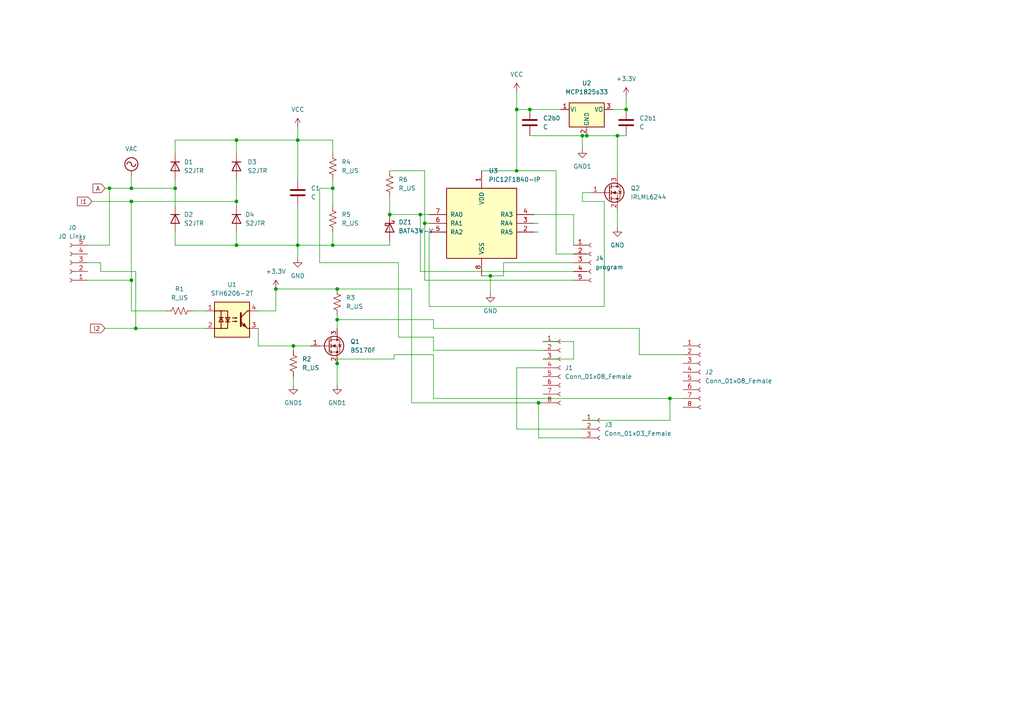
<source format=kicad_sch>
(kicad_sch (version 20211123) (generator eeschema)
  (paper "A4")
  (lib_symbols
    (symbol "Connector:Conn_01x03_Female" (pin_names (offset 1.016) hide)
      (property "Reference" "J" (at 0 5.08 0))
      (property "Value" "Conn_01x03_Female" (at 0 -5.08 0))
      (symbol "Conn_01x03_Female_1_1"
        (arc (start 0 -2.032) (mid -0.508 -2.54) (end 0 -3.048) (stroke (width 0.1524)))
        (polyline (pts (xy -1.27 -2.54) (xy -0.508 -2.54)) (stroke (width 0.1524)))
        (polyline (pts (xy -1.27 0) (xy -0.508 0)) (stroke (width 0.1524)))
        (polyline (pts (xy -1.27 2.54) (xy -0.508 2.54)) (stroke (width 0.1524)))
        (arc (start 0 0.508) (mid -0.508 0) (end 0 -0.508) (stroke (width 0.1524)))
        (arc (start 0 3.048) (mid -0.508 2.54) (end 0 2.032) (stroke (width 0.1524)))
        (pin passive line (at -5.08 2.54 0) (length 3.81) (name "Pin_1") (number "1"))
        (pin passive line (at -5.08 0 0) (length 3.81) (name "Pin_2") (number "2"))
        (pin passive line (at -5.08 -2.54 0) (length 3.81) (name "Pin_3") (number "3"))
      )
    )
    (symbol "Connector:Conn_01x05_Female" (pin_names (offset 1.016) hide)
      (property "Reference" "J" (at 0 7.62 0))
      (property "Value" "Conn_01x05_Female" (at 0 -7.62 0))
      (symbol "Conn_01x05_Female_1_1"
        (arc (start 0 -4.572) (mid -0.508 -5.08) (end 0 -5.588) (stroke (width 0.1524)))
        (arc (start 0 -2.032) (mid -0.508 -2.54) (end 0 -3.048) (stroke (width 0.1524)))
        (polyline (pts (xy -1.27 -5.08) (xy -0.508 -5.08)) (stroke (width 0.1524)))
        (polyline (pts (xy -1.27 -2.54) (xy -0.508 -2.54)) (stroke (width 0.1524)))
        (polyline (pts (xy -1.27 0) (xy -0.508 0)) (stroke (width 0.1524)))
        (polyline (pts (xy -1.27 2.54) (xy -0.508 2.54)) (stroke (width 0.1524)))
        (polyline (pts (xy -1.27 5.08) (xy -0.508 5.08)) (stroke (width 0.1524)))
        (arc (start 0 0.508) (mid -0.508 0) (end 0 -0.508) (stroke (width 0.1524)))
        (arc (start 0 3.048) (mid -0.508 2.54) (end 0 2.032) (stroke (width 0.1524)))
        (arc (start 0 5.588) (mid -0.508 5.08) (end 0 4.572) (stroke (width 0.1524)))
        (pin passive line (at -5.08 5.08 0) (length 3.81) (name "Pin_1") (number "1"))
        (pin passive line (at -5.08 2.54 0) (length 3.81) (name "Pin_2") (number "2"))
        (pin passive line (at -5.08 0 0) (length 3.81) (name "Pin_3") (number "3"))
        (pin passive line (at -5.08 -2.54 0) (length 3.81) (name "Pin_4") (number "4"))
        (pin passive line (at -5.08 -5.08 0) (length 3.81) (name "Pin_5") (number "5"))
      )
    )
    (symbol "Connector:Conn_01x08_Female" (pin_names (offset 1.016) hide)
      (property "Reference" "J" (at 0 10.16 0))
      (property "Value" "Conn_01x08_Female" (at 0 -12.7 0))
      (symbol "Conn_01x08_Female_1_1"
        (arc (start 0 -9.652) (mid -0.508 -10.16) (end 0 -10.668) (stroke (width 0.1524)))
        (arc (start 0 -7.112) (mid -0.508 -7.62) (end 0 -8.128) (stroke (width 0.1524)))
        (arc (start 0 -4.572) (mid -0.508 -5.08) (end 0 -5.588) (stroke (width 0.1524)))
        (arc (start 0 -2.032) (mid -0.508 -2.54) (end 0 -3.048) (stroke (width 0.1524)))
        (polyline (pts (xy -1.27 -10.16) (xy -0.508 -10.16)) (stroke (width 0.1524)))
        (polyline (pts (xy -1.27 -7.62) (xy -0.508 -7.62)) (stroke (width 0.1524)))
        (polyline (pts (xy -1.27 -5.08) (xy -0.508 -5.08)) (stroke (width 0.1524)))
        (polyline (pts (xy -1.27 -2.54) (xy -0.508 -2.54)) (stroke (width 0.1524)))
        (polyline (pts (xy -1.27 0) (xy -0.508 0)) (stroke (width 0.1524)))
        (polyline (pts (xy -1.27 2.54) (xy -0.508 2.54)) (stroke (width 0.1524)))
        (polyline (pts (xy -1.27 5.08) (xy -0.508 5.08)) (stroke (width 0.1524)))
        (polyline (pts (xy -1.27 7.62) (xy -0.508 7.62)) (stroke (width 0.1524)))
        (arc (start 0 0.508) (mid -0.508 0) (end 0 -0.508) (stroke (width 0.1524)))
        (arc (start 0 3.048) (mid -0.508 2.54) (end 0 2.032) (stroke (width 0.1524)))
        (arc (start 0 5.588) (mid -0.508 5.08) (end 0 4.572) (stroke (width 0.1524)))
        (arc (start 0 8.128) (mid -0.508 7.62) (end 0 7.112) (stroke (width 0.1524)))
        (pin passive line (at -5.08 7.62 0) (length 3.81) (name "Pin_1") (number "1"))
        (pin passive line (at -5.08 5.08 0) (length 3.81) (name "Pin_2") (number "2"))
        (pin passive line (at -5.08 2.54 0) (length 3.81) (name "Pin_3") (number "3"))
        (pin passive line (at -5.08 0 0) (length 3.81) (name "Pin_4") (number "4"))
        (pin passive line (at -5.08 -2.54 0) (length 3.81) (name "Pin_5") (number "5"))
        (pin passive line (at -5.08 -5.08 0) (length 3.81) (name "Pin_6") (number "6"))
        (pin passive line (at -5.08 -7.62 0) (length 3.81) (name "Pin_7") (number "7"))
        (pin passive line (at -5.08 -10.16 0) (length 3.81) (name "Pin_8") (number "8"))
      )
    )
    (symbol "Device:C" (pin_numbers hide) (pin_names (offset 0.254))
      (property "Reference" "C" (at 0.635 2.54 0))
      (property "Value" "C" (at 0.635 -2.54 0))
      (symbol "C_0_1"
        (polyline (pts (xy -2.032 -0.762) (xy 2.032 -0.762)) (stroke (width 0.508)))
        (polyline (pts (xy -2.032 0.762) (xy 2.032 0.762)) (stroke (width 0.508)))
      )
      (symbol "C_1_1"
        (pin passive line (at 0 3.81 270) (length 2.794) (name "~") (number "1"))
        (pin passive line (at 0 -3.81 90) (length 2.794) (name "~") (number "2"))
      )
    )
    (symbol "Device:R_US" (pin_numbers hide) (pin_names (offset 0))
      (property "Reference" "R" (at 2.54 0 90))
      (property "Value" "R_US" (at -2.54 0 90))
      (symbol "R_US_0_1"
        (polyline (pts (xy 0 -2.286) (xy 0 -2.54)))
        (polyline (pts (xy 0 2.286) (xy 0 2.54)))
        (polyline (pts (xy 0 -0.762) (xy 1.016 -1.143) (xy 0 -1.524) (xy -1.016 -1.905) (xy 0 -2.286)))
        (polyline (pts (xy 0 0.762) (xy 1.016 0.381) (xy 0 0) (xy -1.016 -0.381) (xy 0 -0.762)))
        (polyline (pts (xy 0 2.286) (xy 1.016 1.905) (xy 0 1.524) (xy -1.016 1.143) (xy 0 0.762)))
      )
      (symbol "R_US_1_1"
        (pin passive line (at 0 3.81 270) (length 1.27) (name "~") (number "1"))
        (pin passive line (at 0 -3.81 90) (length 1.27) (name "~") (number "2"))
      )
    )
    (symbol "Diode:BAT43W-V" (pin_numbers hide) (pin_names (offset 1.016) hide)
      (property "Reference" "D" (at 0 2.54 0))
      (property "Value" "BAT43W-V" (at 0 -2.54 0))
      (symbol "BAT43W-V_0_1"
        (polyline (pts (xy 1.27 0) (xy -1.27 0)))
        (polyline (pts (xy 1.27 1.27) (xy 1.27 -1.27) (xy -1.27 0) (xy 1.27 1.27)) (stroke (width 0.254)))
        (polyline (pts (xy -1.905 0.635) (xy -1.905 1.27) (xy -1.27 1.27) (xy -1.27 -1.27) (xy -0.635 -1.27) (xy -0.635 -0.635)) (stroke (width 0.254)))
      )
      (symbol "BAT43W-V_1_1"
        (pin passive line (at -3.81 0 0) (length 2.54) (name "K") (number "1"))
        (pin passive line (at 3.81 0 180) (length 2.54) (name "A") (number "2"))
      )
    )
    (symbol "Diode:S2JTR" (pin_numbers hide) (pin_names hide)
      (property "Reference" "D" (at 0 2.54 0))
      (property "Value" "S2JTR" (at 0 -2.54 0))
      (symbol "S2JTR_0_1"
        (polyline (pts (xy -1.27 1.27) (xy -1.27 -1.27)) (stroke (width 0.254)))
        (polyline (pts (xy 1.27 0) (xy -1.27 0)))
        (polyline (pts (xy 1.27 1.27) (xy 1.27 -1.27) (xy -1.27 0) (xy 1.27 1.27)) (stroke (width 0.254)))
      )
      (symbol "S2JTR_1_1"
        (pin passive line (at -3.81 0 0) (length 2.54) (name "K") (number "1"))
        (pin passive line (at 3.81 0 180) (length 2.54) (name "A") (number "2"))
      )
    )
    (symbol "Isolator:SFH6206-2T" (pin_names (offset 1.016))
      (property "Reference" "U" (at -4.064 6.35 0))
      (property "Value" "SFH6206-2T" (at -5.334 -6.604 0))
      (symbol "SFH6206-2T_1_1"
        (rectangle (start -5.08 5.08) (end 5.08 -5.08) (stroke (width 0.254)) (fill (type background)))
        (circle (center -3.175 -2.54) (radius 0.127))
        (circle (center -3.175 2.54) (radius 0.127))
        (polyline (pts (xy -3.81 0.635) (xy -2.54 0.635)) (stroke (width 0.254)))
        (polyline (pts (xy -1.905 -0.635) (xy -0.635 -0.635)) (stroke (width 0.254)))
        (polyline (pts (xy 2.54 1.905) (xy 2.54 -1.905) (xy 2.54 -1.905)) (stroke (width 0.508)))
        (polyline (pts (xy 5.08 -2.54) (xy 4.445 -2.54) (xy 2.54 -0.635)) (stroke (width 0.254)))
        (polyline (pts (xy 5.08 2.54) (xy 4.445 2.54) (xy 2.54 0.635)) (stroke (width 0.254)))
        (polyline (pts (xy -5.08 2.54) (xy -3.175 2.54) (xy -3.175 -2.54) (xy -5.08 -2.54)) (stroke (width 0.254)))
        (polyline (pts (xy -3.175 -2.54) (xy -1.27 -2.54) (xy -1.27 2.54) (xy -3.175 2.54)) (stroke (width 0.254)))
        (polyline (pts (xy -3.175 0.635) (xy -3.81 -0.635) (xy -2.54 -0.635) (xy -3.175 0.635)) (stroke (width 0.254)))
        (polyline (pts (xy -1.27 -0.635) (xy -1.905 0.635) (xy -0.635 0.635) (xy -1.27 -0.635)) (stroke (width 0.254)))
        (polyline (pts (xy 0.127 -0.508) (xy 1.397 -0.508) (xy 1.016 -0.635) (xy 1.016 -0.381) (xy 1.397 -0.508)) (stroke (width 0.254)))
        (polyline (pts (xy 0.127 0.508) (xy 1.397 0.508) (xy 1.016 0.381) (xy 1.016 0.635) (xy 1.397 0.508)) (stroke (width 0.254)))
        (polyline (pts (xy 3.048 -1.651) (xy 3.556 -1.143) (xy 4.064 -2.159) (xy 3.048 -1.651) (xy 3.048 -1.651)) (stroke (width 0.254)) (fill (type outline)))
        (pin passive line (at -7.62 2.54 0) (length 2.54) (name "~") (number "1"))
        (pin passive line (at -7.62 -2.54 0) (length 2.54) (name "~") (number "2"))
        (pin passive line (at 7.62 -2.54 180) (length 2.54) (name "~") (number "3"))
        (pin passive line (at 7.62 2.54 180) (length 2.54) (name "~") (number "4"))
      )
    )
    (symbol "MCU_Microchip_PIC12:PIC12F1840-IP" (pin_names (offset 1.016))
      (property "Reference" "U" (at 1.27 13.97 0))
      (property "Value" "PIC12F1840-IP" (at 1.27 11.43 0))
      (symbol "PIC12F1840-IP_0_1"
        (rectangle (start 10.16 -10.16) (end -10.16 10.16) (stroke (width 0.254)) (fill (type background)))
      )
      (symbol "PIC12F1840-IP_1_1"
        (pin power_in line (at 0 15.24 270) (length 5.08) (name "VDD") (number "1"))
        (pin bidirectional line (at 15.24 -2.54 180) (length 5.08) (name "RA5") (number "2"))
        (pin bidirectional line (at 15.24 0 180) (length 5.08) (name "RA4") (number "3"))
        (pin input line (at 15.24 2.54 180) (length 5.08) (name "RA3") (number "4"))
        (pin bidirectional line (at -15.24 -2.54 0) (length 5.08) (name "RA2") (number "5"))
        (pin bidirectional line (at -15.24 0 0) (length 5.08) (name "RA1") (number "6"))
        (pin bidirectional line (at -15.24 2.54 0) (length 5.08) (name "RA0") (number "7"))
        (pin power_in line (at 0 -15.24 90) (length 5.08) (name "VSS") (number "8"))
      )
    )
    (symbol "Regulator_Linear:MCP1792x-3302xDB" (pin_names (offset 0.254))
      (property "Reference" "U" (at -3.81 3.175 0))
      (property "Value" "MCP1792x-3302xDB" (at 0 3.175 0))
      (symbol "MCP1792x-3302xDB_0_1"
        (rectangle (start -5.08 -5.08) (end 5.08 1.905) (stroke (width 0.254)) (fill (type background)))
      )
      (symbol "MCP1792x-3302xDB_1_1"
        (pin power_in line (at -7.62 0 0) (length 2.54) (name "VI") (number "1"))
        (pin power_in line (at 0 -7.62 90) (length 2.54) (name "GND") (number "2"))
        (pin power_out line (at 7.62 0 180) (length 2.54) (name "VO") (number "3"))
      )
    )
    (symbol "Transistor_FET:2N7002E" (pin_names hide)
      (property "Reference" "Q" (at 5.08 1.905 0))
      (property "Value" "2N7002E" (at 5.08 0 0))
      (symbol "2N7002E_0_1"
        (polyline (pts (xy 0.254 0) (xy -2.54 0)))
        (polyline (pts (xy 0.254 1.905) (xy 0.254 -1.905)) (stroke (width 0.254)))
        (polyline (pts (xy 0.762 -1.27) (xy 0.762 -2.286)) (stroke (width 0.254)))
        (polyline (pts (xy 0.762 0.508) (xy 0.762 -0.508)) (stroke (width 0.254)))
        (polyline (pts (xy 0.762 2.286) (xy 0.762 1.27)) (stroke (width 0.254)))
        (polyline (pts (xy 2.54 2.54) (xy 2.54 1.778)))
        (polyline (pts (xy 2.54 -2.54) (xy 2.54 0) (xy 0.762 0)))
        (polyline (pts (xy 0.762 -1.778) (xy 3.302 -1.778) (xy 3.302 1.778) (xy 0.762 1.778)))
        (polyline (pts (xy 1.016 0) (xy 2.032 0.381) (xy 2.032 -0.381) (xy 1.016 0)) (fill (type outline)))
        (polyline (pts (xy 2.794 0.508) (xy 2.921 0.381) (xy 3.683 0.381) (xy 3.81 0.254)))
        (polyline (pts (xy 3.302 0.381) (xy 2.921 -0.254) (xy 3.683 -0.254) (xy 3.302 0.381)))
        (circle (center 1.651 0) (radius 2.794) (stroke (width 0.254)))
        (circle (center 2.54 -1.778) (radius 0.254) (fill (type outline)))
        (circle (center 2.54 1.778) (radius 0.254) (fill (type outline)))
      )
      (symbol "2N7002E_1_1"
        (pin input line (at -5.08 0 0) (length 2.54) (name "G") (number "1"))
        (pin passive line (at 2.54 -5.08 90) (length 2.54) (name "S") (number "2"))
        (pin passive line (at 2.54 5.08 270) (length 2.54) (name "D") (number "3"))
      )
    )
    (symbol "Transistor_FET:BS170F" (pin_names hide)
      (property "Reference" "Q" (at 5.08 1.905 0))
      (property "Value" "BS170F" (at 5.08 0 0))
      (symbol "BS170F_0_1"
        (polyline (pts (xy 0.254 0) (xy -2.54 0)))
        (polyline (pts (xy 0.254 1.905) (xy 0.254 -1.905)) (stroke (width 0.254)))
        (polyline (pts (xy 0.762 -1.27) (xy 0.762 -2.286)) (stroke (width 0.254)))
        (polyline (pts (xy 0.762 0.508) (xy 0.762 -0.508)) (stroke (width 0.254)))
        (polyline (pts (xy 0.762 2.286) (xy 0.762 1.27)) (stroke (width 0.254)))
        (polyline (pts (xy 2.54 2.54) (xy 2.54 1.778)))
        (polyline (pts (xy 2.54 -2.54) (xy 2.54 0) (xy 0.762 0)))
        (polyline (pts (xy 0.762 -1.778) (xy 3.302 -1.778) (xy 3.302 1.778) (xy 0.762 1.778)))
        (polyline (pts (xy 1.016 0) (xy 2.032 0.381) (xy 2.032 -0.381) (xy 1.016 0)) (fill (type outline)))
        (polyline (pts (xy 2.794 0.508) (xy 2.921 0.381) (xy 3.683 0.381) (xy 3.81 0.254)))
        (polyline (pts (xy 3.302 0.381) (xy 2.921 -0.254) (xy 3.683 -0.254) (xy 3.302 0.381)))
        (circle (center 1.651 0) (radius 2.794) (stroke (width 0.254)))
        (circle (center 2.54 -1.778) (radius 0.254) (fill (type outline)))
        (circle (center 2.54 1.778) (radius 0.254) (fill (type outline)))
      )
      (symbol "BS170F_1_1"
        (pin input line (at -5.08 0 0) (length 2.54) (name "G") (number "1"))
        (pin passive line (at 2.54 -5.08 90) (length 2.54) (name "S") (number "2"))
        (pin passive line (at 2.54 5.08 270) (length 2.54) (name "D") (number "3"))
      )
    )
    (symbol "power:+3.3V" (power) (pin_names (offset 0))
      (property "Value" "+3.3V" (at 0 3.556 0))
      (symbol "+3.3V_0_1"
        (polyline (pts (xy -0.762 1.27) (xy 0 2.54)))
        (polyline (pts (xy 0 0) (xy 0 2.54)))
        (polyline (pts (xy 0 2.54) (xy 0.762 1.27)))
      )
      (symbol "+3.3V_1_1"
        (pin power_in line (at 0 0 90) (length 0) hide (name "+3.3V") (number "1"))
      )
    )
    (symbol "power:GND" (power) (pin_names (offset 0))
      (property "Value" "GND" (at 0 -3.81 0))
      (symbol "GND_0_1"
        (polyline (pts (xy 0 0) (xy 0 -1.27) (xy 1.27 -1.27) (xy 0 -2.54) (xy -1.27 -1.27) (xy 0 -1.27)))
      )
      (symbol "GND_1_1"
        (pin power_in line (at 0 0 270) (length 0) hide (name "GND") (number "1"))
      )
    )
    (symbol "power:GND1" (power) (pin_names (offset 0))
      (property "Value" "GND1" (at 0 -3.81 0))
      (symbol "GND1_0_1"
        (polyline (pts (xy 0 0) (xy 0 -1.27) (xy 1.27 -1.27) (xy 0 -2.54) (xy -1.27 -1.27) (xy 0 -1.27)))
      )
      (symbol "GND1_1_1"
        (pin power_in line (at 0 0 270) (length 0) hide (name "GND1") (number "1"))
      )
    )
    (symbol "power:VAC" (power) (pin_names (offset 0))
      (property "Value" "VAC" (at 0 6.35 0))
      (symbol "VAC_0_1"
        (polyline (pts (xy 0 0) (xy 0 1.27)))
        (arc (start 0 3.175) (mid -0.635 3.81) (end -1.27 3.175) (stroke (width 0.254)))
        (arc (start 0 3.175) (mid 0.635 2.54) (end 1.27 3.175) (stroke (width 0.254)))
        (circle (center 0 3.175) (radius 1.905) (stroke (width 0.254)))
      )
      (symbol "VAC_1_1"
        (pin power_in line (at 0 0 90) (length 0) hide (name "VAC") (number "1"))
      )
    )
    (symbol "power:VCC" (power) (pin_names (offset 0))
      (property "Value" "VCC" (at 0 3.81 0))
      (symbol "VCC_0_1"
        (polyline (pts (xy -0.762 1.27) (xy 0 2.54)))
        (polyline (pts (xy 0 0) (xy 0 2.54)))
        (polyline (pts (xy 0 2.54) (xy 0.762 1.27)))
      )
      (symbol "VCC_1_1"
        (pin power_in line (at 0 0 90) (length 0) hide (name "VCC") (number "1"))
      )
    )
  )
  (junction (at 68.58 58.42))
  (junction (at 38.1 81.28))
  (junction (at 149.86 31.75))
  (junction (at 86.36 40.64))
  (junction (at 168.91 39.37))
  (junction (at 96.52 54.61))
  (junction (at 149.86 49.53))
  (junction (at 85.09 100.33))
  (junction (at 86.36 71.12))
  (junction (at 121.92 62.23))
  (junction (at 38.1 58.42))
  (junction (at 38.1 54.61))
  (junction (at 194.31 115.57))
  (junction (at 181.61 31.75))
  (junction (at 179.07 39.37))
  (junction (at 153.67 31.75))
  (junction (at 123.19 64.77))
  (junction (at 97.79 92.71))
  (junction (at 31.75 54.61))
  (junction (at 97.79 105.41))
  (junction (at 68.58 40.64))
  (junction (at 50.8 54.61))
  (junction (at 142.24 80.01))
  (junction (at 68.58 71.12))
  (junction (at 156.21 116.84))
  (junction (at 80.01 83.82))
  (junction (at 170.18 39.37))
  (junction (at 113.03 62.23))
  (junction (at 97.79 83.82))
  (junction (at 96.52 71.12))
  (junction (at 39.37 95.25))
  (wire (pts (xy 142.24 80.01) (xy 139.7 80.01)))
  (wire (pts (xy 50.8 44.45) (xy 50.8 40.64)))
  (wire (pts (xy 149.86 49.53) (xy 139.7 49.53)))
  (wire (pts (xy 123.19 64.77) (xy 123.19 81.28)))
  (wire (pts (xy 86.36 71.12) (xy 68.58 71.12)))
  (wire (pts (xy 124.46 88.9) (xy 175.26 88.9)))
  (wire (pts (xy 55.88 90.17) (xy 59.69 90.17)))
  (wire (pts (xy 166.37 73.66) (xy 161.29 73.66)))
  (wire (pts (xy 114.3 102.87) (xy 125.73 102.87)))
  (wire (pts (xy 156.21 116.84) (xy 119.38 116.84)))
  (wire (pts (xy 194.31 115.57) (xy 125.73 115.57)))
  (wire (pts (xy 161.29 73.66) (xy 161.29 49.53)))
  (wire (pts (xy 90.17 100.33) (xy 85.09 100.33)))
  (wire (pts (xy 121.92 78.74) (xy 166.37 78.74)))
  (wire (pts (xy 50.8 40.64) (xy 68.58 40.64)))
  (wire (pts (xy 38.1 58.42) (xy 38.1 81.28)))
  (wire (pts (xy 168.91 55.88) (xy 171.45 55.88)))
  (wire (pts (xy 149.86 26.67) (xy 149.86 31.75)))
  (wire (pts (xy 97.79 91.44) (xy 97.79 92.71)))
  (wire (pts (xy 30.48 95.25) (xy 39.37 95.25)))
  (wire (pts (xy 156.21 64.77) (xy 154.94 64.77)))
  (wire (pts (xy 149.86 31.75) (xy 153.67 31.75)))
  (wire (pts (xy 166.37 104.14) (xy 166.37 99.06)))
  (wire (pts (xy 80.01 83.82) (xy 97.79 83.82)))
  (wire (pts (xy 125.73 101.6) (xy 125.73 97.79)))
  (wire (pts (xy 29.21 76.2) (xy 29.21 78.74)))
  (wire (pts (xy 168.91 39.37) (xy 168.91 43.18)))
  (wire (pts (xy 38.1 54.61) (xy 50.8 54.61)))
  (wire (pts (xy 74.93 100.33) (xy 85.09 100.33)))
  (wire (pts (xy 146.05 80.01) (xy 142.24 80.01)))
  (wire (pts (xy 68.58 40.64) (xy 68.58 44.45)))
  (wire (pts (xy 68.58 58.42) (xy 68.58 59.69)))
  (wire (pts (xy 168.91 121.92) (xy 194.31 121.92)))
  (wire (pts (xy 114.3 104.14) (xy 97.79 104.14)))
  (wire (pts (xy 86.36 59.69) (xy 86.36 71.12)))
  (wire (pts (xy 97.79 104.14) (xy 97.79 105.41)))
  (wire (pts (xy 149.86 106.68) (xy 149.86 124.46)))
  (wire (pts (xy 80.01 90.17) (xy 80.01 83.82)))
  (wire (pts (xy 39.37 95.25) (xy 59.69 95.25)))
  (wire (pts (xy 96.52 40.64) (xy 86.36 40.64)))
  (wire (pts (xy 96.52 71.12) (xy 113.03 71.12)))
  (wire (pts (xy 168.91 39.37) (xy 170.18 39.37)))
  (wire (pts (xy 48.26 90.17) (xy 38.1 90.17)))
  (wire (pts (xy 31.75 54.61) (xy 31.75 71.12)))
  (wire (pts (xy 198.12 115.57) (xy 194.31 115.57)))
  (wire (pts (xy 113.03 62.23) (xy 121.92 62.23)))
  (wire (pts (xy 185.42 102.87) (xy 185.42 95.25)))
  (wire (pts (xy 175.26 58.42) (xy 175.26 88.9)))
  (wire (pts (xy 86.36 36.83) (xy 86.36 40.64)))
  (wire (pts (xy 179.07 60.96) (xy 179.07 66.04)))
  (wire (pts (xy 119.38 83.82) (xy 119.38 116.84)))
  (wire (pts (xy 92.71 76.2) (xy 92.71 54.61)))
  (wire (pts (xy 156.21 67.31) (xy 154.94 67.31)))
  (wire (pts (xy 115.57 97.79) (xy 115.57 76.2)))
  (wire (pts (xy 168.91 55.88) (xy 168.91 58.42)))
  (wire (pts (xy 96.52 52.07) (xy 96.52 54.61)))
  (wire (pts (xy 177.8 31.75) (xy 181.61 31.75)))
  (wire (pts (xy 115.57 76.2) (xy 92.71 76.2)))
  (wire (pts (xy 125.73 92.71) (xy 125.73 95.25)))
  (wire (pts (xy 119.38 83.82) (xy 97.79 83.82)))
  (wire (pts (xy 123.19 49.53) (xy 123.19 64.77)))
  (wire (pts (xy 154.94 62.23) (xy 166.37 62.23)))
  (wire (pts (xy 74.93 90.17) (xy 80.01 90.17)))
  (wire (pts (xy 194.31 121.92) (xy 194.31 115.57)))
  (wire (pts (xy 113.03 69.85) (xy 113.03 71.12)))
  (wire (pts (xy 26.67 58.42) (xy 38.1 58.42)))
  (wire (pts (xy 38.1 58.42) (xy 68.58 58.42)))
  (wire (pts (xy 157.48 104.14) (xy 166.37 104.14)))
  (wire (pts (xy 168.91 58.42) (xy 175.26 58.42)))
  (wire (pts (xy 168.91 127) (xy 156.21 127)))
  (wire (pts (xy 30.48 54.61) (xy 31.75 54.61)))
  (wire (pts (xy 50.8 71.12) (xy 68.58 71.12)))
  (wire (pts (xy 39.37 78.74) (xy 39.37 95.25)))
  (wire (pts (xy 124.46 67.31) (xy 124.46 88.9)))
  (wire (pts (xy 92.71 54.61) (xy 96.52 54.61)))
  (wire (pts (xy 146.05 76.2) (xy 166.37 76.2)))
  (wire (pts (xy 38.1 50.8) (xy 38.1 54.61)))
  (wire (pts (xy 25.4 71.12) (xy 31.75 71.12)))
  (wire (pts (xy 85.09 111.76) (xy 85.09 109.22)))
  (wire (pts (xy 97.79 92.71) (xy 97.79 95.25)))
  (wire (pts (xy 114.3 102.87) (xy 114.3 104.14)))
  (wire (pts (xy 146.05 76.2) (xy 146.05 80.01)))
  (wire (pts (xy 157.48 101.6) (xy 125.73 101.6)))
  (wire (pts (xy 123.19 81.28) (xy 166.37 81.28)))
  (wire (pts (xy 170.18 39.37) (xy 179.07 39.37)))
  (wire (pts (xy 166.37 62.23) (xy 166.37 71.12)))
  (wire (pts (xy 29.21 78.74) (xy 39.37 78.74)))
  (wire (pts (xy 142.24 80.01) (xy 142.24 85.09)))
  (wire (pts (xy 124.46 64.77) (xy 123.19 64.77)))
  (wire (pts (xy 96.52 40.64) (xy 96.52 44.45)))
  (wire (pts (xy 121.92 62.23) (xy 124.46 62.23)))
  (wire (pts (xy 121.92 78.74) (xy 121.92 62.23)))
  (wire (pts (xy 86.36 71.12) (xy 96.52 71.12)))
  (wire (pts (xy 149.86 124.46) (xy 168.91 124.46)))
  (wire (pts (xy 86.36 52.07) (xy 86.36 40.64)))
  (wire (pts (xy 96.52 54.61) (xy 96.52 59.69)))
  (wire (pts (xy 125.73 115.57) (xy 125.73 102.87)))
  (wire (pts (xy 97.79 111.76) (xy 97.79 105.41)))
  (wire (pts (xy 198.12 102.87) (xy 185.42 102.87)))
  (wire (pts (xy 157.48 106.68) (xy 149.86 106.68)))
  (wire (pts (xy 179.07 39.37) (xy 179.07 50.8)))
  (wire (pts (xy 96.52 67.31) (xy 96.52 71.12)))
  (wire (pts (xy 25.4 81.28) (xy 38.1 81.28)))
  (wire (pts (xy 179.07 39.37) (xy 181.61 39.37)))
  (wire (pts (xy 181.61 31.75) (xy 181.61 27.94)))
  (wire (pts (xy 125.73 95.25) (xy 185.42 95.25)))
  (wire (pts (xy 38.1 81.28) (xy 38.1 90.17)))
  (wire (pts (xy 125.73 97.79) (xy 115.57 97.79)))
  (wire (pts (xy 68.58 52.07) (xy 68.58 58.42)))
  (wire (pts (xy 50.8 54.61) (xy 50.8 59.69)))
  (wire (pts (xy 86.36 40.64) (xy 68.58 40.64)))
  (wire (pts (xy 166.37 99.06) (xy 157.48 99.06)))
  (wire (pts (xy 157.48 116.84) (xy 156.21 116.84)))
  (wire (pts (xy 156.21 127) (xy 156.21 116.84)))
  (wire (pts (xy 68.58 67.31) (xy 68.58 71.12)))
  (wire (pts (xy 153.67 31.75) (xy 162.56 31.75)))
  (wire (pts (xy 85.09 100.33) (xy 85.09 101.6)))
  (wire (pts (xy 149.86 31.75) (xy 149.86 49.53)))
  (wire (pts (xy 74.93 95.25) (xy 74.93 100.33)))
  (wire (pts (xy 50.8 52.07) (xy 50.8 54.61)))
  (wire (pts (xy 86.36 74.93) (xy 86.36 71.12)))
  (wire (pts (xy 113.03 57.15) (xy 113.03 62.23)))
  (wire (pts (xy 153.67 39.37) (xy 168.91 39.37)))
  (wire (pts (xy 25.4 76.2) (xy 29.21 76.2)))
  (wire (pts (xy 113.03 49.53) (xy 123.19 49.53)))
  (wire (pts (xy 31.75 54.61) (xy 38.1 54.61)))
  (wire (pts (xy 161.29 49.53) (xy 149.86 49.53)))
  (wire (pts (xy 50.8 67.31) (xy 50.8 71.12)))
  (wire (pts (xy 97.79 92.71) (xy 125.73 92.71)))
  (global_label "A" (shape input) (at 30.48 54.61 180) (property "Intersheet References" "${INTERSHEET_REFS}" (effects hide)))
  (global_label "I2" (shape input) (at 30.48 95.25 180) (property "Intersheet References" "${INTERSHEET_REFS}" (effects hide)))
  (global_label "I1" (shape input) (at 26.67 58.42 180) (property "Intersheet References" "${INTERSHEET_REFS}" (effects hide)))
  (symbol (lib_id "Connector:Conn_01x08_Female") (at 162.56 106.68 0) (unit 1)
    (property "Reference" "J1" (at 163.83 106.6799 0) (effects (justify left)))
    (property "Value" "Conn_01x08_Female" (at 163.83 109.2199 0) (effects (justify left)))
    (property "Footprint" "Connector_PinHeader_2.54mm:PinHeader_1x08_P2.54mm_Vertical" (effects hide))
  )
  (symbol (lib_id "Diode:S2JTR") (at 68.58 63.5 270) (unit 1)
    (property "Reference" "D4" (at 71.12 62.2299 90) (effects (justify left)))
    (property "Value" "S2JTR" (at 71.12 64.7699 90) (effects (justify left)))
    (property "Footprint" "Diode_SMD:D_SMB" (effects hide))
    (property "Datasheet" "http://www.smc-diodes.com/propdf/S2A-S2M%20N0562%20REV.A.pdf" (effects hide))
  )
  (symbol (lib_id "MCU_Microchip_PIC12:PIC12F1840-IP") (at 139.7 64.77 0) (unit 1)
    (property "Reference" "U3" (at 141.7194 49.53 0) (effects (justify left)))
    (property "Value" "PIC12F1840-IP" (at 141.7194 52.07 0) (effects (justify left)))
    (property "Footprint" "Package_SO:SOIC-8_3.9x4.9mm_P1.27mm" (effects hide))
    (property "Datasheet" "http://ww1.microchip.com/downloads/en/DeviceDoc/41441B.pdf" (effects hide))
  )
  (symbol (lib_id "power:+3.3V") (at 181.61 27.94 0) (unit 1)
    (property "Reference" "#PWR0108" (effects hide))
    (property "Value" "+3.3V" (at 181.61 22.86 0))
  )
  (symbol (lib_id "Device:C") (at 86.36 55.88 0) (unit 1)
    (property "Reference" "C1" (at 90.17 54.6099 0) (effects (justify left)))
    (property "Value" "C" (at 90.17 57.1499 0) (effects (justify left)))
    (property "Footprint" "Capacitor_THT:C_Rect_L19.0mm_W11.0mm_P15.00mm_MKS4" (effects hide))
  )
  (symbol (lib_id "Device:R_US") (at 97.79 87.63 180) (unit 1)
    (property "Reference" "R3" (at 100.33 86.3599 0) (effects (justify right)))
    (property "Value" "R_US" (at 100.33 88.8999 0) (effects (justify right)))
    (property "Footprint" "Resistor_SMD:R_0805_2012Metric" (effects hide))
  )
  (symbol (lib_id "Connector:Conn_01x08_Female") (at 203.2 107.95 0) (unit 1)
    (property "Reference" "J2" (at 204.47 107.9499 0) (effects (justify left)))
    (property "Value" "Conn_01x08_Female" (at 204.47 110.4899 0) (effects (justify left)))
    (property "Footprint" "Connector_PinHeader_2.54mm:PinHeader_1x08_P2.54mm_Vertical" (effects hide))
  )
  (symbol (lib_id "power:GND1") (at 85.09 111.76 0) (unit 1)
    (property "Reference" "#PWR0105" (effects hide))
    (property "Value" "GND1" (at 85.09 116.84 0))
  )
  (symbol (lib_id "power:GND") (at 179.07 66.04 0) (unit 1)
    (property "Reference" "#PWR00" (effects hide))
    (property "Value" "GND" (at 179.07 71.12 0))
  )
  (symbol (lib_id "power:VCC") (at 86.36 36.83 0) (unit 1)
    (property "Reference" "#PWR0101" (effects hide))
    (property "Value" "VCC" (at 86.36 31.75 0))
  )
  (symbol (lib_id "Diode:BAT43W-V") (at 113.03 66.04 270) (unit 1)
    (property "Reference" "DZ1" (at 115.57 64.4524 90) (effects (justify left)))
    (property "Value" "BAT43W-V" (at 115.57 66.9924 90) (effects (justify left)))
    (property "Footprint" "Diode_SMD:D_SOD-123" (effects hide))
    (property "Datasheet" "http://www.vishay.com/docs/85660/bat42.pdf" (effects hide))
  )
  (symbol (lib_id "power:GND1") (at 168.91 43.18 0) (unit 1)
    (property "Reference" "#PWR0107" (effects hide))
    (property "Value" "GND1" (at 168.91 48.26 0))
  )
  (symbol (lib_id "Device:R_US") (at 85.09 105.41 180) (unit 1)
    (property "Reference" "R2" (at 87.63 104.1399 0) (effects (justify right)))
    (property "Value" "R_US" (at 87.63 106.6799 0) (effects (justify right)))
    (property "Footprint" "Resistor_SMD:R_0805_2012Metric" (effects hide))
  )
  (symbol (lib_id "power:GND") (at 142.24 85.09 0) (unit 1)
    (property "Reference" "#PWR0109" (effects hide))
    (property "Value" "GND" (at 142.24 90.17 0))
  )
  (symbol (lib_id "Device:R_US") (at 52.07 90.17 90) (unit 1)
    (property "Reference" "R1" (at 52.07 83.82 90))
    (property "Value" "R_US" (at 52.07 86.36 90))
    (property "Footprint" "Resistor_SMD:R_0805_2012Metric" (effects hide))
  )
  (symbol (lib_id "Transistor_FET:BS170F") (at 95.25 100.33 0) (unit 1)
    (property "Reference" "Q1" (at 101.6 99.0599 0) (effects (justify left)))
    (property "Value" "BS170F" (at 101.6 101.5999 0) (effects (justify left)))
    (property "Footprint" "Package_TO_SOT_SMD:SOT-23" (effects hide))
    (property "Datasheet" "http://www.diodes.com/assets/Datasheets/BS170F.pdf" (effects hide))
  )
  (symbol (lib_id "Diode:S2JTR") (at 68.58 48.26 270) (unit 1)
    (property "Reference" "D3" (at 71.7742 46.9899 90) (effects (justify left)))
    (property "Value" "S2JTR" (at 71.7742 49.5299 90) (effects (justify left)))
    (property "Footprint" "Diode_SMD:D_SMB" (effects hide))
    (property "Datasheet" "http://www.smc-diodes.com/propdf/S2A-S2M%20N0562%20REV.A.pdf" (effects hide))
  )
  (symbol (lib_id "Device:R_US") (at 113.03 53.34 180) (unit 1)
    (property "Reference" "R6" (at 115.57 52.0699 0) (effects (justify right)))
    (property "Value" "R_US" (at 115.57 54.6099 0) (effects (justify right)))
    (property "Footprint" "Resistor_SMD:R_0805_2012Metric" (effects hide))
  )
  (symbol (lib_id "Device:R_US") (at 96.52 63.5 180) (unit 1)
    (property "Reference" "R5" (at 99.06 62.2299 0) (effects (justify right)))
    (property "Value" "R_US" (at 99.06 64.7699 0) (effects (justify right)))
    (property "Footprint" "Resistor_SMD:R_0805_2012Metric" (effects hide))
  )
  (symbol (lib_id "Regulator_Linear:MCP1792x-3302xDB") (at 170.18 31.75 0) (unit 1)
    (property "Reference" "U2" (at 170.18 24.13 0))
    (property "Value" "MCP1825s33" (at 170.18 26.67 0))
    (property "Footprint" "Package_TO_SOT_SMD:SOT-223-3_TabPin2" (effects hide))
    (property "Datasheet" "https://ww1.microchip.com/downloads/aemDocuments/documents/APID/ProductDocuments/DataSheets/MCP1792-Family-Data-Sheet-DS20006229D.pdf" (effects hide))
  )
  (symbol (lib_id "power:+3.3V") (at 80.01 83.82 0) (unit 1)
    (property "Reference" "#PWR01" (effects hide))
    (property "Value" "+3.3V" (at 80.01 78.74 0))
  )
  (symbol (lib_id "power:GND1") (at 97.79 111.76 0) (unit 1)
    (property "Reference" "#PWR0104" (effects hide))
    (property "Value" "GND1" (at 97.79 116.84 0))
  )
  (symbol (lib_id "power:VAC") (at 38.1 50.8 0) (unit 1)
    (property "Reference" "#PWR0102" (effects hide))
    (property "Value" "VAC" (at 38.1 43.18 0))
  )
  (symbol (lib_id "Isolator:SFH6206-2T") (at 67.31 92.71 0) (unit 1)
    (property "Reference" "U1" (at 67.31 82.55 0))
    (property "Value" "SFH6206-2T" (at 67.31 85.09 0))
    (property "Footprint" "Package_DIP:SMDIP-4_W9.53mm_Clearance8mm" (effects hide))
    (property "Datasheet" "http://www.vishay.com/docs/83675/sfh620a.pdf" (effects hide))
  )
  (symbol (lib_id "Device:R_US") (at 96.52 48.26 180) (unit 1)
    (property "Reference" "R4" (at 99.06 46.9899 0) (effects (justify right)))
    (property "Value" "R_US" (at 99.06 49.5299 0) (effects (justify right)))
    (property "Footprint" "Resistor_SMD:R_0805_2012Metric" (effects hide))
  )
  (symbol (lib_id "Transistor_FET:2N7002E") (at 176.53 55.88 0) (unit 1)
    (property "Reference" "Q2" (at 182.88 54.6099 0) (effects (justify left)))
    (property "Value" "IRLML6244" (at 182.88 57.1499 0) (effects (justify left)))
    (property "Footprint" "Package_TO_SOT_SMD:SOT-23" (effects hide))
    (property "Datasheet" "http://www.diodes.com/assets/Datasheets/ds30376.pdf" (effects hide))
  )
  (symbol (lib_id "Connector:Conn_01x05_Female") (at 20.32 76.2 180) (unit 1)
    (property "Reference" "J0" (at 20.955 66.04 0))
    (property "Value" "J0 Linky" (at 20.955 68.58 0))
    (property "Footprint" "Connector_PinHeader_2.54mm:PinHeader_1x05_P2.54mm_Vertical" (effects hide))
  )
  (symbol (lib_id "power:VCC") (at 149.86 26.67 0) (unit 1)
    (property "Reference" "#PWR0106" (effects hide))
    (property "Value" "VCC" (at 149.86 21.59 0))
  )
  (symbol (lib_id "Device:C") (at 181.61 35.56 0) (unit 1)
    (property "Reference" "C2b1" (at 185.42 34.2899 0) (effects (justify left)))
    (property "Value" "C" (at 185.42 36.8299 0) (effects (justify left)))
    (property "Footprint" "Capacitor_SMD:C_0805_2012Metric" (effects hide))
  )
  (symbol (lib_id "Diode:S2JTR") (at 50.8 63.5 270) (unit 1)
    (property "Reference" "D2" (at 53.34 62.2299 90) (effects (justify left)))
    (property "Value" "S2JTR" (at 53.34 64.7699 90) (effects (justify left)))
    (property "Footprint" "Diode_SMD:D_SMB" (effects hide))
    (property "Datasheet" "http://www.smc-diodes.com/propdf/S2A-S2M%20N0562%20REV.A.pdf" (effects hide))
  )
  (symbol (lib_id "power:GND") (at 86.36 74.93 0) (unit 1)
    (property "Reference" "#PWR0103" (effects hide))
    (property "Value" "GND" (at 86.36 80.01 0))
  )
  (symbol (lib_id "Connector:Conn_01x05_Female") (at 171.45 76.2 0) (unit 1)
    (property "Reference" "J4" (at 172.72 74.9299 0) (effects (justify left)))
    (property "Value" "program" (at 172.72 77.4699 0) (effects (justify left)))
    (property "Footprint" "Connector_PinHeader_2.54mm:PinHeader_1x05_P2.54mm_Vertical" (effects hide))
  )
  (symbol (lib_id "Diode:S2JTR") (at 50.8 48.26 270) (unit 1)
    (property "Reference" "D1" (at 53.34 46.9899 90) (effects (justify left)))
    (property "Value" "S2JTR" (at 53.34 49.5299 90) (effects (justify left)))
    (property "Footprint" "Diode_SMD:D_SMB" (effects hide))
    (property "Datasheet" "http://www.smc-diodes.com/propdf/S2A-S2M%20N0562%20REV.A.pdf" (effects hide))
  )
  (symbol (lib_id "Connector:Conn_01x03_Female") (at 173.99 124.46 0) (unit 1)
    (property "Reference" "J3" (at 175.26 123.1899 0) (effects (justify left)))
    (property "Value" "Conn_01x03_Female" (at 175.26 125.7299 0) (effects (justify left)))
    (property "Footprint" "Connector_PinHeader_2.54mm:PinHeader_1x03_P2.54mm_Vertical" (effects hide))
  )
  (symbol (lib_id "Device:C") (at 153.67 35.56 0) (unit 1)
    (property "Reference" "C2b0" (at 157.48 34.2899 0) (effects (justify left)))
    (property "Value" "C" (at 157.48 36.8299 0) (effects (justify left)))
    (property "Footprint" "Capacitor_SMD:C_0805_2012Metric" (effects hide))
  )
)
</source>
